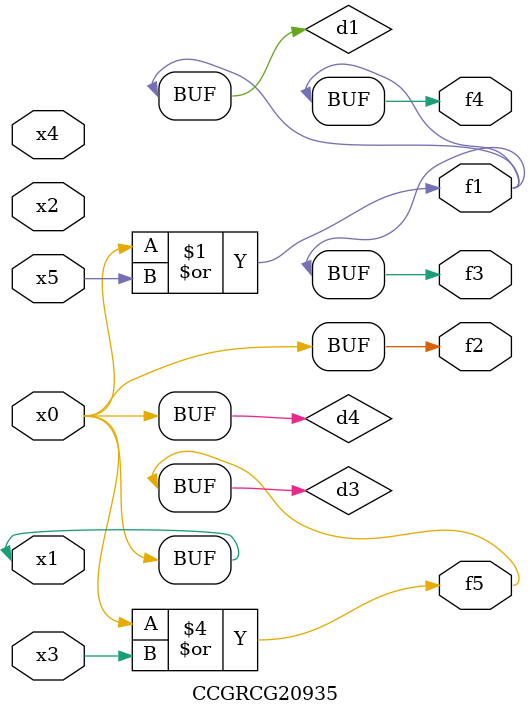
<source format=v>
module CCGRCG20935(
	input x0, x1, x2, x3, x4, x5,
	output f1, f2, f3, f4, f5
);

	wire d1, d2, d3, d4;

	or (d1, x0, x5);
	xnor (d2, x1, x4);
	or (d3, x0, x3);
	buf (d4, x0, x1);
	assign f1 = d1;
	assign f2 = d4;
	assign f3 = d1;
	assign f4 = d1;
	assign f5 = d3;
endmodule

</source>
